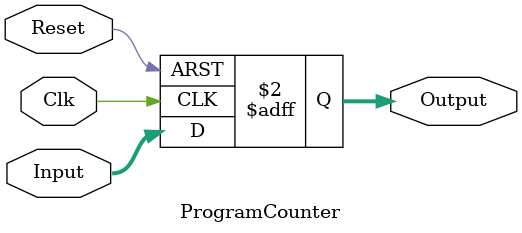
<source format=v>
module ProgramCounter(Input,
                      Clk, 
                      Reset, 
                      Output);
  
  input [31:0]      Input;
  input             Clk;
  input             Reset;
  output reg [31:0] Output;
  
  always @(posedge Clk, posedge Reset) begin
    if(Reset) Output <= 0;
    else
    	Output <= Input;
  end
endmodule
</source>
